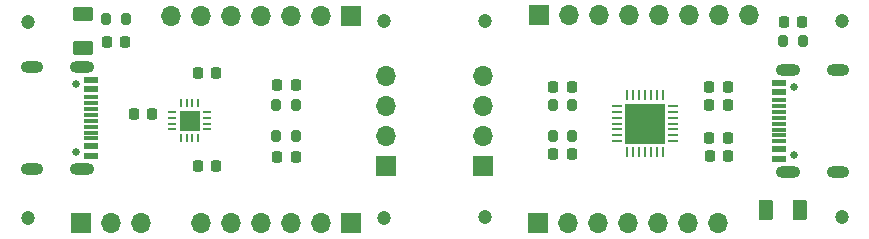
<source format=gts>
%TF.GenerationSoftware,KiCad,Pcbnew,(6.0.9)*%
%TF.CreationDate,2022-11-23T17:42:22+08:00*%
%TF.ProjectId,UINIO-USB-UART,55494e49-4f2d-4555-9342-2d554152542e,Hank*%
%TF.SameCoordinates,Original*%
%TF.FileFunction,Soldermask,Top*%
%TF.FilePolarity,Negative*%
%FSLAX46Y46*%
G04 Gerber Fmt 4.6, Leading zero omitted, Abs format (unit mm)*
G04 Created by KiCad (PCBNEW (6.0.9)) date 2022-11-23 17:42:22*
%MOMM*%
%LPD*%
G01*
G04 APERTURE LIST*
G04 Aperture macros list*
%AMRoundRect*
0 Rectangle with rounded corners*
0 $1 Rounding radius*
0 $2 $3 $4 $5 $6 $7 $8 $9 X,Y pos of 4 corners*
0 Add a 4 corners polygon primitive as box body*
4,1,4,$2,$3,$4,$5,$6,$7,$8,$9,$2,$3,0*
0 Add four circle primitives for the rounded corners*
1,1,$1+$1,$2,$3*
1,1,$1+$1,$4,$5*
1,1,$1+$1,$6,$7*
1,1,$1+$1,$8,$9*
0 Add four rect primitives between the rounded corners*
20,1,$1+$1,$2,$3,$4,$5,0*
20,1,$1+$1,$4,$5,$6,$7,0*
20,1,$1+$1,$6,$7,$8,$9,0*
20,1,$1+$1,$8,$9,$2,$3,0*%
G04 Aperture macros list end*
%ADD10C,1.200000*%
%ADD11R,1.700000X1.700000*%
%ADD12O,1.700000X1.700000*%
%ADD13RoundRect,0.250000X-0.375000X-0.625000X0.375000X-0.625000X0.375000X0.625000X-0.375000X0.625000X0*%
%ADD14RoundRect,0.225000X-0.225000X-0.250000X0.225000X-0.250000X0.225000X0.250000X-0.225000X0.250000X0*%
%ADD15RoundRect,0.218750X0.218750X0.256250X-0.218750X0.256250X-0.218750X-0.256250X0.218750X-0.256250X0*%
%ADD16RoundRect,0.200000X-0.200000X-0.275000X0.200000X-0.275000X0.200000X0.275000X-0.200000X0.275000X0*%
%ADD17RoundRect,0.250000X0.625000X-0.375000X0.625000X0.375000X-0.625000X0.375000X-0.625000X-0.375000X0*%
%ADD18C,0.650000*%
%ADD19O,2.100000X1.000000*%
%ADD20O,1.900000X1.000000*%
%ADD21R,1.150000X0.600000*%
%ADD22R,1.150000X0.300000*%
%ADD23R,0.905000X0.280000*%
%ADD24R,0.280000X0.905000*%
%ADD25R,3.350000X3.350000*%
%ADD26RoundRect,0.225000X0.225000X0.250000X-0.225000X0.250000X-0.225000X-0.250000X0.225000X-0.250000X0*%
%ADD27RoundRect,0.200000X0.200000X0.275000X-0.200000X0.275000X-0.200000X-0.275000X0.200000X-0.275000X0*%
%ADD28RoundRect,0.218750X-0.218750X-0.256250X0.218750X-0.256250X0.218750X0.256250X-0.218750X0.256250X0*%
%ADD29R,0.250000X0.750000*%
%ADD30R,0.750000X0.250000*%
G04 APERTURE END LIST*
D10*
%TO.C,Hole4*%
X156260000Y-91600000D03*
%TD*%
D11*
%TO.C,J7*%
X130640000Y-108700000D03*
D12*
X133180000Y-108700000D03*
X135720000Y-108700000D03*
%TD*%
D13*
%TO.C,F2*%
X188660000Y-107570000D03*
X191460000Y-107570000D03*
%TD*%
D14*
%TO.C,C2*%
X183835000Y-98670000D03*
X185385000Y-98670000D03*
%TD*%
D15*
%TO.C,D2*%
X172180000Y-97160000D03*
X170605000Y-97160000D03*
%TD*%
D16*
%TO.C,R6*%
X147167500Y-101330002D03*
X148817500Y-101330002D03*
%TD*%
D17*
%TO.C,F1*%
X130812500Y-93820000D03*
X130812500Y-91020000D03*
%TD*%
D16*
%TO.C,R5*%
X147167500Y-98726668D03*
X148817500Y-98726668D03*
%TD*%
D18*
%TO.C,USB2*%
X190978700Y-102910000D03*
X190978700Y-97130000D03*
D19*
X190478700Y-104345000D03*
X190478700Y-95695000D03*
D20*
X194678700Y-104345000D03*
X194678700Y-95695000D03*
D21*
X189716700Y-103220000D03*
X189716700Y-102420000D03*
D22*
X189716700Y-101270000D03*
X189716700Y-100270000D03*
X189716700Y-99770000D03*
X189716700Y-98770000D03*
D21*
X189716700Y-96820000D03*
X189716700Y-97620000D03*
D22*
X189716700Y-98270000D03*
X189716700Y-99270000D03*
X189716700Y-100770000D03*
X189716700Y-101770000D03*
%TD*%
D10*
%TO.C,Hole1*%
X126120000Y-91660000D03*
%TD*%
%TO.C,Hole8*%
X195030000Y-91580000D03*
%TD*%
D23*
%TO.C,U1*%
X180767000Y-101760000D03*
X180767000Y-101260000D03*
X180767000Y-100760000D03*
X180767000Y-100260000D03*
X180767000Y-99760000D03*
X180767000Y-99260000D03*
X180767000Y-98760000D03*
D24*
X179890000Y-97883000D03*
X179390000Y-97883000D03*
X178890000Y-97883000D03*
X178390000Y-97883000D03*
X177890000Y-97883000D03*
X177390000Y-97883000D03*
X176890000Y-97883000D03*
D23*
X176013000Y-98760000D03*
X176013000Y-99260000D03*
X176013000Y-99760000D03*
X176013000Y-100260000D03*
X176013000Y-100760000D03*
X176013000Y-101260000D03*
X176013000Y-101760000D03*
D24*
X176890000Y-102637000D03*
X177390000Y-102637000D03*
X177890000Y-102637000D03*
X178390000Y-102637000D03*
X178890000Y-102637000D03*
X179390000Y-102637000D03*
X179890000Y-102637000D03*
D25*
X178390000Y-100260000D03*
%TD*%
D16*
%TO.C,R1*%
X132777500Y-91430000D03*
X134427500Y-91430000D03*
%TD*%
D15*
%TO.C,D5*%
X148800000Y-96960000D03*
X147225000Y-96960000D03*
%TD*%
D26*
%TO.C,C5*%
X142075000Y-103850000D03*
X140525000Y-103850000D03*
%TD*%
D10*
%TO.C,Hole3*%
X156250000Y-108250000D03*
%TD*%
D14*
%TO.C,C7*%
X140525000Y-95980000D03*
X142075000Y-95980000D03*
%TD*%
D10*
%TO.C,Hole5*%
X164830000Y-91580000D03*
%TD*%
D11*
%TO.C,J2*%
X164640000Y-103820000D03*
D12*
X164640000Y-101280000D03*
X164640000Y-98740000D03*
X164640000Y-96200000D03*
%TD*%
D27*
%TO.C,R4*%
X191735000Y-93270000D03*
X190085000Y-93270000D03*
%TD*%
D14*
%TO.C,C4*%
X183835000Y-101468000D03*
X185385000Y-101468000D03*
%TD*%
D16*
%TO.C,R3*%
X170565000Y-101290000D03*
X172215000Y-101290000D03*
%TD*%
D10*
%TO.C,Hole2*%
X126120000Y-108250000D03*
%TD*%
D18*
%TO.C,USB1*%
X130171500Y-102660000D03*
X130171500Y-96880000D03*
D19*
X130671500Y-95445000D03*
X130671500Y-104095000D03*
D20*
X126471500Y-95445000D03*
X126471500Y-104095000D03*
D21*
X131433500Y-96570000D03*
X131433500Y-97370000D03*
D22*
X131433500Y-98520000D03*
X131433500Y-99520000D03*
X131433500Y-100020000D03*
X131433500Y-101020000D03*
D21*
X131433500Y-102970000D03*
X131433500Y-102170000D03*
D22*
X131433500Y-101520000D03*
X131433500Y-100520000D03*
X131433500Y-99020000D03*
X131433500Y-98020000D03*
%TD*%
D11*
%TO.C,J5*%
X156432500Y-103850000D03*
D12*
X156432500Y-101310000D03*
X156432500Y-98770000D03*
X156432500Y-96230000D03*
%TD*%
D15*
%TO.C,D3*%
X172173500Y-102852000D03*
X170598500Y-102852000D03*
%TD*%
%TO.C,D1*%
X134392000Y-93374000D03*
X132817000Y-93374000D03*
%TD*%
%TO.C,D6*%
X148800000Y-103096668D03*
X147225000Y-103096668D03*
%TD*%
D14*
%TO.C,C6*%
X135095000Y-99440000D03*
X136645000Y-99440000D03*
%TD*%
D28*
%TO.C,D4*%
X190132500Y-91670000D03*
X191707500Y-91670000D03*
%TD*%
D10*
%TO.C,Hole7*%
X195030000Y-108190000D03*
%TD*%
D14*
%TO.C,C3*%
X183845000Y-103030000D03*
X185395000Y-103030000D03*
%TD*%
%TO.C,C1*%
X183835000Y-97150000D03*
X185385000Y-97150000D03*
%TD*%
D16*
%TO.C,R2*%
X170570000Y-98720000D03*
X172220000Y-98720000D03*
%TD*%
D10*
%TO.C,Hole6*%
X164830000Y-108200000D03*
%TD*%
D29*
%TO.C,U2*%
X140560800Y-98560000D03*
X140061800Y-98560000D03*
X139560800Y-98560000D03*
X139061800Y-98560000D03*
D30*
X138362800Y-99260000D03*
X138362800Y-99760000D03*
X138362800Y-100260000D03*
X138362800Y-100760000D03*
D29*
X139062800Y-101460000D03*
X139562800Y-101460000D03*
X140062800Y-101460000D03*
X140561800Y-101460000D03*
D30*
X141262800Y-100760000D03*
X141262800Y-100260000D03*
X141262800Y-99760000D03*
X141262800Y-99260000D03*
D11*
X139812800Y-100010000D03*
%TD*%
%TO.C,J4*%
X153500000Y-108700000D03*
D12*
X150960000Y-108700000D03*
X148420000Y-108700000D03*
X145880000Y-108700000D03*
X143340000Y-108700000D03*
X140800000Y-108700000D03*
%TD*%
D11*
%TO.C,J3*%
X169341000Y-108646000D03*
D12*
X171881000Y-108646000D03*
X174421000Y-108646000D03*
X176961000Y-108646000D03*
X179501000Y-108646000D03*
X182041000Y-108646000D03*
X184581000Y-108646000D03*
%TD*%
D11*
%TO.C,J1*%
X169400000Y-91100000D03*
D12*
X171940000Y-91100000D03*
X174480000Y-91100000D03*
X177020000Y-91100000D03*
X179560000Y-91100000D03*
X182100000Y-91100000D03*
X184640000Y-91100000D03*
X187180000Y-91100000D03*
%TD*%
D11*
%TO.C,J6*%
X153500000Y-91194000D03*
D12*
X150960000Y-91194000D03*
X148420000Y-91194000D03*
X145880000Y-91194000D03*
X143340000Y-91194000D03*
X140800000Y-91194000D03*
X138260000Y-91194000D03*
%TD*%
M02*

</source>
